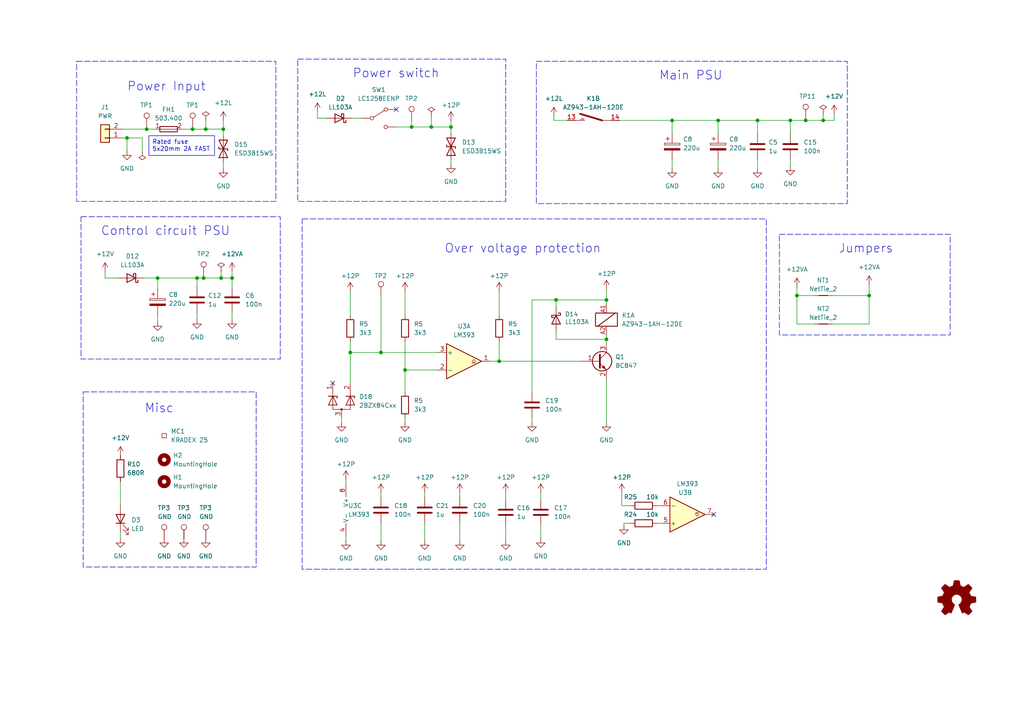
<source format=kicad_sch>
(kicad_sch (version 20230121) (generator eeschema)
  (paper "A4")
  (title_block (title "Fumex Driver") (date "2023-11-22") (rev "1.1.0") (company "Pawel Koszalka"))
  (lib_symbols
    (symbol "CAP_1u_X7R_1" (pin_numbers hide) (pin_names (offset 0) hide)
      (property "Reference" "C" (at 3.81 1.27 0))
      (property "Value" "1u" (at 5.08 -1.27 0))
      (symbol "CAP_1u_X7R_1_1_1"
        (pin passive line (at 0 3.81 270) (length 2.794) (name "~") (number "1"))
        (pin passive line (at 0 -3.81 90) (length 2.794) (name "~") (number "2"))
      )
    )
    (symbol "CAP_CER_WALSIN_0603:CAP_100n_X7R" (pin_numbers hide) (pin_names (offset 0) hide)
      (property "Reference" "C" (at 3.81 1.27 0))
      (property "Value" "100n" (at 5.08 -1.27 0))
      (symbol "CAP_100n_X7R_1_1"
        (pin passive line (at 0 3.81 270) (length 2.794) (name "~") (number "1"))
        (pin passive line (at 0 -3.81 90) (length 2.794) (name "~") (number "2"))
      )
    )
    (symbol "Cases:Kradex_Z5"
      (property "Reference" "MC" (at 3.175 2.54 0))
      (property "Value" "KRADEX Z5" (at 6.985 0.635 0))
    )
    (symbol "Comparator:LM393" (pin_names (offset 0.127))
      (property "Reference" "U" (at 3.81 3.81 0))
      (property "Value" "LM393" (at 6.35 -3.81 0))
      (symbol "LM393_1_1"
        (pin open_collector line (at 7.62 0 180) (length 2.54) (name "~") (number "1"))
        (pin input line (at -7.62 -2.54 0) (length 2.54) (name "-") (number "2"))
        (pin input line (at -7.62 2.54 0) (length 2.54) (name "+") (number "3"))
      )
      (symbol "LM393_2_1"
        (pin input line (at -7.62 2.54 0) (length 2.54) (name "+") (number "5"))
        (pin input line (at -7.62 -2.54 0) (length 2.54) (name "-") (number "6"))
        (pin open_collector line (at 7.62 0 180) (length 2.54) (name "~") (number "7"))
      )
      (symbol "LM393_3_1"
        (pin power_in line (at -2.54 -7.62 90) (length 3.81) (name "V-") (number "4"))
        (pin power_in line (at -2.54 7.62 270) (length 3.81) (name "V+") (number "8"))
      )
    )
    (symbol "Connector:TestPoint" (pin_numbers hide) (pin_names (offset 0.762) hide)
      (property "Reference" "TP" (at 0 6.858 0))
      (property "Value" "TestPoint" (at 0 5.08 0))
      (symbol "TestPoint_1_1"
        (pin passive line (at 0 0 90) (length 2.54) (name "1") (number "1"))
      )
    )
    (symbol "Connector_Generic:Conn_01x02" (pin_names (offset 1.016) hide)
      (property "Reference" "J" (at 0 2.54 0))
      (property "Value" "Conn_01x02" (at 0 -5.08 0))
      (symbol "Conn_01x02_1_1"
        (pin passive line (at -5.08 0 0) (length 3.81) (name "Pin_1") (number "1"))
        (pin passive line (at -5.08 -2.54 0) (length 3.81) (name "Pin_2") (number "2"))
      )
    )
    (symbol "Device:C_Polarized" (pin_numbers hide) (pin_names (offset 0.254))
      (property "Reference" "C" (at 0.635 2.54 0))
      (property "Value" "C_Polarized" (at 0.635 -2.54 0))
      (symbol "C_Polarized_1_1"
        (pin passive line (at 0 3.81 270) (length 2.794) (name "~") (number "1"))
        (pin passive line (at 0 -3.81 90) (length 2.794) (name "~") (number "2"))
      )
    )
    (symbol "Device:LED" (pin_numbers hide) (pin_names (offset 1.016) hide)
      (property "Reference" "D" (at 0 2.54 0))
      (property "Value" "LED" (at 0 -2.54 0))
      (symbol "LED_1_1"
        (pin passive line (at -3.81 0 0) (length 2.54) (name "K") (number "1"))
        (pin passive line (at 3.81 0 180) (length 2.54) (name "A") (number "2"))
      )
    )
    (symbol "Device:NetTie_2" (pin_numbers hide) (pin_names (offset 0) hide) (in_bom no)
      (property "Reference" "NT" (at 0 1.27 0))
      (property "Value" "NetTie_2" (at 0 -1.27 0))
      (symbol "NetTie_2_1_1"
        (pin passive line (at -2.54 0 0) (length 2.54) (name "1") (number "1"))
        (pin passive line (at 2.54 0 180) (length 2.54) (name "2") (number "2"))
      )
    )
    (symbol "Diode:2BZX84Cxx" (pin_names (offset 1.016) hide)
      (property "Reference" "D" (at 3.81 2.54 0))
      (property "Value" "2BZX84Cxx" (at 3.81 0 0))
      (symbol "2BZX84Cxx_1_1"
        (pin passive line (at -2.54 5.08 270) (length 2.54) (name "K") (number "1"))
        (pin passive line (at 2.54 5.08 270) (length 2.54) (name "K") (number "2"))
        (pin passive line (at 0 -5.08 90) (length 2.54) (name "A") (number "3"))
      )
    )
    (symbol "Fuse_holder:503.400"
      (property "Reference" "FH" (at 2.54 1.27 0))
      (property "Value" "503.400" (at 5.08 -1.27 0))
      (symbol "503.400_1_1"
        (pin passive line (at 0 3.81 270) (length 1.27) (name "~") (number "1"))
        (pin passive line (at 0 -3.81 90) (length 1.27) (name "~") (number "2"))
      )
    )
    (symbol "Graphic:Logo_Open_Hardware_Small" (in_bom no) (on_board no))
    (symbol "Mechanical:MountingHole" (pin_names (offset 1.016))
      (property "Reference" "H" (at 0 5.08 0))
      (property "Value" "MountingHole" (at 0 3.175 0))
    )
    (symbol "RES_3k3_0603_1" (pin_numbers hide) (pin_names (offset 0) hide)
      (property "Reference" "R" (at 2.54 1.27 0))
      (property "Value" "3k3" (at 2.54 -1.27 0))
      (symbol "RES_3k3_0603_1_1_1"
        (pin passive line (at 0 3.81 270) (length 1.27) (name "~") (number "1"))
        (pin passive line (at 0 -3.81 90) (length 1.27) (name "~") (number "2"))
      )
    )
    (symbol "RES_YAGEO_RC0603:RES_10k_0603" (pin_numbers hide) (pin_names (offset 0) hide)
      (property "Reference" "R" (at 2.54 1.27 0))
      (property "Value" "10k" (at 2.54 -1.27 0))
      (symbol "RES_10k_0603_1_1"
        (pin passive line (at 0 3.81 270) (length 1.27) (name "~") (number "1"))
        (pin passive line (at 0 -3.81 90) (length 1.27) (name "~") (number "2"))
      )
    )
    (symbol "RES_YAGEO_RC0603:RES_680R_0603" (pin_numbers hide) (pin_names (offset 0) hide)
      (property "Reference" "R" (at 2.54 1.27 0))
      (property "Value" "680R" (at 2.54 -1.27 0))
      (symbol "RES_680R_0603_1_1"
        (pin passive line (at 0 3.81 270) (length 1.27) (name "~") (number "1"))
        (pin passive line (at 0 -3.81 90) (length 1.27) (name "~") (number "2"))
      )
    )
    (symbol "Relays:AZ943-1AH-12DE"
      (property "Reference" "K" (at 4.445 0.635 0))
      (property "Value" "AZ943-1AH-12DE" (at 12.7 -1.905 0))
      (symbol "AZ943-1AH-12DE_0_0"
        (text "" (at 0 0 0) (effects (font (size 1.27 1.27))))
      )
      (symbol "AZ943-1AH-12DE_1_1"
        (pin passive line (at 0 3.81 270) (length 2.54) (name "") (number "A1"))
        (pin passive line (at 0 -5.08 90) (length 2.54) (name "") (number "A2"))
      )
      (symbol "AZ943-1AH-12DE_2_1"
        (pin passive line (at 0 6.35 270) (length 2.54) (name "~") (number "13"))
        (pin passive line (at 0 -8.89 90) (length 2.54) (name "") (number "14"))
      )
    )
    (symbol "Shottky_diodes:LL103A" (pin_numbers hide) (pin_names (offset 0) hide)
      (property "Reference" "D" (at 0 0 0))
      (property "Value" "LL103A" (at 0 0 0))
      (symbol "LL103A_1_1"
        (pin passive line (at -3.81 2.54 0) (length 2.54) (name "K") (number "1"))
        (pin passive line (at 3.81 2.54 180) (length 2.54) (name "A") (number "2"))
      )
    )
    (symbol "Switches:LC1258EENP" (pin_numbers hide) (pin_names (offset 0) hide)
      (property "Reference" "SW" (at -1.27 -5.08 0))
      (property "Value" "LC1258EENP" (at 0 -6.35 0))
      (symbol "LC1258EENP_1_1"
        (pin passive line (at 3.81 2.54 180) (length 2.54) (name "A") (number "1"))
        (pin passive line (at -6.35 0 0) (length 2.54) (name "B") (number "2"))
        (pin passive line (at 3.81 -2.54 180) (length 2.54) (name "C") (number "3"))
      )
    )
    (symbol "TVS:ESD3B15WS" (pin_numbers hide) (pin_names (offset 0) hide)
      (property "Reference" "D" (at 0 0 0))
      (property "Value" "ESD3B15WS" (at 0 0 0))
      (symbol "ESD3B15WS_1_1"
        (pin passive line (at -2.54 2.54 0) (length 2.54) (name "A1") (number "1"))
        (pin passive line (at 5.08 2.54 180) (length 2.54) (name "A2") (number "2"))
      )
    )
    (symbol "Transistor_BJT:BC847" (pin_names (offset 0) hide)
      (property "Reference" "Q" (at 5.08 1.905 0))
      (property "Value" "BC847" (at 5.08 0 0))
      (symbol "BC847_1_1"
        (pin input line (at -5.08 0 0) (length 5.715) (name "B") (number "1"))
        (pin passive line (at 2.54 -5.08 90) (length 2.54) (name "E") (number "2"))
        (pin passive line (at 2.54 5.08 270) (length 2.54) (name "C") (number "3"))
      )
    )
    (symbol "power:+12L" (power) (pin_names (offset 0))
      (property "Value" "+12L" (at 0 3.556 0))
      (symbol "+12L_1_1"
        (pin power_in line (at 0 0 90) (length 0) hide (name "+12L") (number "1"))
      )
    )
    (symbol "power:+12P" (power) (pin_names (offset 0))
      (property "Value" "+12P" (at 0 3.556 0))
      (symbol "+12P_1_1"
        (pin power_in line (at 0 0 90) (length 0) hide (name "+12P") (number "1"))
      )
    )
    (symbol "power:+12V" (power) (pin_names (offset 0))
      (property "Value" "+12V" (at 0 3.556 0))
      (symbol "+12V_1_1"
        (pin power_in line (at 0 0 90) (length 0) hide (name "+12V") (number "1"))
      )
    )
    (symbol "power:+12VA" (power) (pin_names (offset 0))
      (property "Value" "+12VA" (at 0 3.556 0))
      (symbol "+12VA_1_1"
        (pin power_in line (at 0 0 90) (length 0) hide (name "+12VA") (number "1"))
      )
    )
    (symbol "power:GND" (power) (pin_names (offset 0))
      (property "Value" "GND" (at 0 -3.81 0))
      (symbol "GND_1_1"
        (pin power_in line (at 0 0 270) (length 0) hide (name "GND") (number "1"))
      )
    )
    (symbol "power:PWR_FLAG" (power) (pin_numbers hide) (pin_names (offset 0) hide)
      (property "Value" "PWR_FLAG" (at 0 3.81 0))
      (symbol "PWR_FLAG_0_0"
        (pin power_out line (at 0 0 90) (length 0) (name "pwr") (number "1"))
      )
    )
  )
  (junction (at 233.68 34.925))
  (junction (at 64.77 37.465))
  (junction (at 64.135 80.645))
  (junction (at 101.6 102.235))
  (junction (at 55.88 37.465))
  (junction (at 119.38 36.83))
  (junction (at 229.235 34.925))
  (junction (at 59.055 80.645))
  (junction (at 175.895 86.995))
  (junction (at 110.49 102.235))
  (junction (at 194.945 34.925))
  (junction (at 252.095 85.725))
  (junction (at 45.72 80.645))
  (junction (at 57.15 80.645))
  (junction (at 175.895 98.425))
  (junction (at 219.71 34.925))
  (junction (at 117.475 107.315))
  (junction (at 125.095 36.83))
  (junction (at 42.545 37.465))
  (junction (at 36.83 40.005))
  (junction (at 144.78 104.775))
  (junction (at 231.14 85.725))
  (junction (at 130.81 36.83))
  (junction (at 208.28 34.925))
  (junction (at 238.76 34.925))
  (junction (at 67.31 80.645))
  (junction (at 161.29 86.995))
  (junction (at 59.69 37.465))
  (no_connect (at 114.935 31.75))
  (no_connect (at 207.01 149.225))
  (no_connect (at 96.52 111.125))
  (wire (pts (xy 194.945 34.925) (xy 194.945 38.735)))
  (wire (pts (xy 110.49 102.235) (xy 127 102.235)))
  (wire (pts (xy 252.095 93.98) (xy 252.095 85.725)))
  (wire (pts (xy 231.14 85.725) (xy 236.22 85.725)))
  (wire (pts (xy 42.545 37.465) (xy 45.085 37.465)))
  (wire (pts (xy 45.72 80.645) (xy 45.72 83.82)))
  (wire (pts (xy 64.77 34.925) (xy 64.77 37.465)))
  (wire (pts (xy 238.76 33.02) (xy 238.76 34.925)))
  (wire (pts (xy 180.34 142.875) (xy 180.34 146.685)))
  (wire (pts (xy 110.49 85.725) (xy 110.49 102.235)))
  (wire (pts (xy 45.72 80.645) (xy 57.15 80.645)))
  (wire (pts (xy 160.655 33.655) (xy 160.655 34.925)))
  (wire (pts (xy 64.77 37.465) (xy 64.77 39.37)))
  (wire (pts (xy 180.975 152.4) (xy 180.975 151.765)))
  (wire (pts (xy 154.305 86.995) (xy 154.305 113.665)))
  (wire (pts (xy 144.78 84.455) (xy 144.78 91.44)))
  (wire (pts (xy 208.28 34.925) (xy 208.28 38.735)))
  (wire (pts (xy 231.14 83.185) (xy 231.14 85.725)))
  (wire (pts (xy 238.76 34.925) (xy 233.68 34.925)))
  (wire (pts (xy 41.91 80.645) (xy 45.72 80.645)))
  (wire (pts (xy 34.925 156.21) (xy 34.925 154.305)))
  (wire (pts (xy 59.055 80.645) (xy 57.15 80.645)))
  (wire (pts (xy 161.29 96.52) (xy 161.29 98.425)))
  (wire (pts (xy 67.31 80.645) (xy 67.31 83.185)))
  (wire (pts (xy 110.49 102.235) (xy 101.6 102.235)))
  (wire (pts (xy 67.31 92.71) (xy 67.31 90.805)))
  (wire (pts (xy 35.56 37.465) (xy 42.545 37.465)))
  (wire (pts (xy 146.685 152.4) (xy 146.685 156.845)))
  (wire (pts (xy 41.275 40.005) (xy 41.275 43.815)))
  (wire (pts (xy 36.83 40.005) (xy 36.83 43.815)))
  (wire (pts (xy 161.29 86.995) (xy 161.29 88.9)))
  (wire (pts (xy 194.945 34.925) (xy 208.28 34.925)))
  (wire (pts (xy 59.69 37.465) (xy 64.77 37.465)))
  (wire (pts (xy 190.5 146.685) (xy 191.77 146.685)))
  (wire (pts (xy 101.6 84.455) (xy 101.6 91.44)))
  (wire (pts (xy 241.3 93.98) (xy 252.095 93.98)))
  (wire (pts (xy 144.78 104.775) (xy 142.24 104.775)))
  (wire (pts (xy 92.075 34.29) (xy 94.615 34.29)))
  (wire (pts (xy 194.945 48.895) (xy 194.945 46.355)))
  (wire (pts (xy 125.095 33.655) (xy 125.095 36.83)))
  (wire (pts (xy 175.895 86.995) (xy 175.895 88.265)))
  (wire (pts (xy 55.88 36.83) (xy 55.88 37.465)))
  (wire (pts (xy 59.69 34.925) (xy 59.69 37.465)))
  (wire (pts (xy 67.31 78.74) (xy 67.31 80.645)))
  (wire (pts (xy 59.055 80.01) (xy 59.055 80.645)))
  (wire (pts (xy 125.095 36.83) (xy 130.81 36.83)))
  (wire (pts (xy 179.705 34.925) (xy 194.945 34.925)))
  (wire (pts (xy 208.28 34.925) (xy 219.71 34.925)))
  (wire (pts (xy 175.895 98.425) (xy 175.895 99.695)))
  (wire (pts (xy 175.895 109.855) (xy 175.895 122.555)))
  (wire (pts (xy 156.845 142.875) (xy 156.845 144.78)))
  (wire (pts (xy 99.06 121.285) (xy 99.06 122.555)))
  (wire (pts (xy 229.235 34.925) (xy 219.71 34.925)))
  (wire (pts (xy 154.305 121.285) (xy 154.305 122.555)))
  (wire (pts (xy 241.935 33.02) (xy 241.935 34.925)))
  (wire (pts (xy 119.38 34.925) (xy 119.38 36.83)))
  (wire (pts (xy 219.71 48.895) (xy 219.71 46.355)))
  (wire (pts (xy 154.305 86.995) (xy 161.29 86.995)))
  (wire (pts (xy 241.935 34.925) (xy 238.76 34.925)))
  (wire (pts (xy 114.935 36.83) (xy 119.38 36.83)))
  (wire (pts (xy 110.49 156.845) (xy 110.49 151.765)))
  (wire (pts (xy 52.705 37.465) (xy 55.88 37.465)))
  (wire (pts (xy 229.235 34.925) (xy 229.235 38.735)))
  (wire (pts (xy 180.975 151.765) (xy 182.88 151.765)))
  (wire (pts (xy 180.34 146.685) (xy 182.88 146.685)))
  (wire (pts (xy 34.925 139.7) (xy 34.925 146.685)))
  (wire (pts (xy 30.48 78.74) (xy 30.48 80.645)))
  (wire (pts (xy 252.095 82.55) (xy 252.095 85.725)))
  (wire (pts (xy 57.15 80.645) (xy 57.15 83.185)))
  (wire (pts (xy 117.475 107.315) (xy 117.475 113.665)))
  (wire (pts (xy 55.88 37.465) (xy 59.69 37.465)))
  (wire (pts (xy 117.475 84.455) (xy 117.475 91.44)))
  (wire (pts (xy 57.15 92.71) (xy 57.15 90.805)))
  (wire (pts (xy 133.35 151.765) (xy 133.35 156.845)))
  (wire (pts (xy 59.055 80.645) (xy 64.135 80.645)))
  (wire (pts (xy 64.77 48.895) (xy 64.77 46.99)))
  (wire (pts (xy 92.075 32.385) (xy 92.075 34.29)))
  (wire (pts (xy 208.28 48.895) (xy 208.28 46.355)))
  (wire (pts (xy 130.81 47.625) (xy 130.81 46.355)))
  (wire (pts (xy 101.6 99.06) (xy 101.6 102.235)))
  (wire (pts (xy 101.6 102.235) (xy 101.6 111.125)))
  (wire (pts (xy 117.475 107.315) (xy 117.475 99.06)))
  (wire (pts (xy 133.35 142.875) (xy 133.35 144.145)))
  (wire (pts (xy 123.19 156.845) (xy 123.19 151.765)))
  (wire (pts (xy 236.22 93.98) (xy 231.14 93.98)))
  (wire (pts (xy 190.5 151.765) (xy 191.77 151.765)))
  (wire (pts (xy 117.475 122.555) (xy 117.475 121.285)))
  (wire (pts (xy 231.14 93.98) (xy 231.14 85.725)))
  (wire (pts (xy 144.78 104.775) (xy 168.275 104.775)))
  (wire (pts (xy 35.56 40.005) (xy 36.83 40.005)))
  (wire (pts (xy 156.845 156.21) (xy 156.845 152.4)))
  (wire (pts (xy 104.775 34.29) (xy 102.235 34.29)))
  (wire (pts (xy 233.68 34.29) (xy 233.68 34.925)))
  (wire (pts (xy 30.48 80.645) (xy 34.29 80.645)))
  (wire (pts (xy 100.33 139.065) (xy 100.33 140.335)))
  (wire (pts (xy 233.68 34.925) (xy 229.235 34.925)))
  (wire (pts (xy 161.29 86.995) (xy 175.895 86.995)))
  (wire (pts (xy 241.3 85.725) (xy 252.095 85.725)))
  (wire (pts (xy 41.275 40.005) (xy 36.83 40.005)))
  (wire (pts (xy 127 107.315) (xy 117.475 107.315)))
  (wire (pts (xy 42.545 36.83) (xy 42.545 37.465)))
  (wire (pts (xy 130.81 36.83) (xy 130.81 38.735)))
  (wire (pts (xy 67.31 80.645) (xy 64.135 80.645)))
  (wire (pts (xy 100.33 156.845) (xy 100.33 155.575)))
  (wire (pts (xy 45.72 91.44) (xy 45.72 93.345)))
  (wire (pts (xy 219.71 34.925) (xy 219.71 38.735)))
  (wire (pts (xy 146.685 142.875) (xy 146.685 144.78)))
  (wire (pts (xy 160.655 34.925) (xy 164.465 34.925)))
  (wire (pts (xy 175.895 97.155) (xy 175.895 98.425)))
  (wire (pts (xy 144.78 99.06) (xy 144.78 104.775)))
  (wire (pts (xy 123.19 142.875) (xy 123.19 144.145)))
  (wire (pts (xy 130.81 34.925) (xy 130.81 36.83)))
  (wire (pts (xy 229.235 48.26) (xy 229.235 46.355)))
  (wire (pts (xy 110.49 142.875) (xy 110.49 144.145)))
  (wire (pts (xy 175.895 83.82) (xy 175.895 86.995)))
  (wire (pts (xy 161.29 98.425) (xy 175.895 98.425)))
  (wire (pts (xy 119.38 36.83) (xy 125.095 36.83)))
  (wire (pts (xy 64.135 78.74) (xy 64.135 80.645)))
  (rectangle (start 24.13 113.665) (end 74.295 164.465) (stroke (width 0) (type dash)))
  (rectangle (start 87.63 63.5) (end 222.25 165.1) (stroke (width 0) (type dash)))
  (rectangle (start 22.225 17.78) (end 80.01 58.42) (stroke (width 0) (type dash)))
  (rectangle (start 23.495 62.865) (end 81.28 104.14) (stroke (width 0) (type dash)))
  (rectangle (start 226.06 67.945) (end 275.59 97.155) (stroke (width 0) (type dash)))
  (rectangle (start 86.36 17.145) (end 146.685 58.42) (stroke (width 0) (type dash)))
  (rectangle (start 155.575 17.78) (end 245.745 59.055) (stroke (width 0) (type dash)))
  (text_box "Rated fuse\n5x20mm 2A FAST" (at 43.18 39.37 0) (size 19.05 5.715) (effects (font (size 1.27 1.27)) (justify left top)))
  (text "Misc" (at 41.91 120.015 0) (effects (font (size 2.54 2.54)) (justify left bottom)))
  (text "Power Input" (at 36.83 26.67 0) (effects (font (size 2.54 2.54)) (justify left bottom)))
  (text "Main PSU\n" (at 191.135 23.495 0) (effects (font (size 2.54 2.54)) (justify left bottom)))
  (text "Control circuit PSU" (at 29.21 68.58 0) (effects (font (size 2.54 2.54)) (justify left bottom)))
  (text "Jumpers" (at 243.205 73.66 0) (effects (font (size 2.54 2.54)) (justify left bottom)))
  (text "Power switch" (at 102.235 22.86 0) (effects (font (size 2.54 2.54)) (justify left bottom)))
  (text "Over voltage protection" (at 128.905 73.66 0) (effects (font (size 2.54 2.54)) (justify left bottom)))
  (symbol (lib_id "RES_YAGEO_RC0603:RES_10k_0603") (at 186.69 151.765 90) (unit 1)
    (property "Reference" "R24" (at 182.88 149.225 90))
    (property "Value" "10k" (at 189.23 149.225 90))
    (property "Footprint" "Resistor_SMD:R_0603_1608Metric" (effects hide))
    (property "Datasheet" "https://www.tme.eu/Document/d2a72e545e5c8eb7bf2a04fa97535928/rc0603yageo.pdf" (effects hide))
    (property "Manufacturer" "YAGEO" (effects hide))
    (property "MPN" "RC0603FR-0710k" (effects hide))
    (property "Maximum Working Voltage " "50 V" (effects hide))
    (property "Maximum Overload Voltage" "100 V" (effects hide))
    (property "Dielectric Withstanding Voltage " "100 V" (effects hide))
    (property "Temperature Coefficient" "200ppm" (effects hide))
    (property "Operating Temperature Range" "–55 °C to +155 °C" (effects hide))
    (property "Tolerance" "1%" (effects hide))
  )
  (symbol (lib_id "power:GND") (at 36.83 43.815 0) (unit 1)
    (property "Reference" "#PWR024" (effects hide))
    (property "Value" "GND" (at 36.83 48.895 0))
    (instances (project "fumexDriver" (path "" (reference "#PWR024") (unit 1)) (path "" (reference "#PWR010") (unit 1))))
  )
  (symbol (lib_id "Transistor_BJT:BC847") (at 173.355 104.775 0) (unit 1)
    (property "Reference" "Q1" (at 178.435 103.505 0) (effects (justify left)))
    (property "Value" "BC847" (at 178.435 106.045 0) (effects (justify left)))
    (property "Footprint" "Package_TO_SOT_SMD:SOT-23" (effects hide))
    (property "Datasheet" "http://www.infineon.com/dgdl/Infineon-BC847SERIES_BC848SERIES_BC849SERIES_BC850SERIES-DS-v01_01-en.pdf?fileId=db3a304314dca389011541d4630a1657" (effects hide))
    (instances (project "fumexDriver" (path "" (reference "Q1") (unit 1)) (path "" (reference "Q1") (unit 1)) (path "" (reference "Q3") (unit 1))))
  )
  (symbol (lib_id "power:GND") (at 154.305 122.555 0) (unit 1)
    (property "Reference" "#PWR065" (effects hide))
    (property "Value" "GND" (at 154.305 127.635 0))
  )
  (symbol (lib_id "power:+12VA") (at 252.095 82.55 0) (unit 1)
    (property "Reference" "#PWR010" (effects hide))
    (property "Value" "+12VA" (at 252.095 77.47 0))
    (instances (project "fumexDriver" (path "" (reference "#PWR010") (unit 1)) (path "" (reference "#PWR093") (unit 1))))
  )
  (symbol (lib_id "power:GND") (at 208.28 48.895 0) (unit 1)
    (property "Reference" "#PWR019" (effects hide))
    (property "Value" "GND" (at 208.28 53.975 0))
    (instances (project "fumexDriver" (path "" (reference "#PWR019") (unit 1)) (path "" (reference "#PWR027") (unit 1))))
  )
  (symbol (lib_id "CAP_CER_WALSIN_0603:CAP_100n_X7R") (at 133.35 147.955 0) (unit 1)
    (property "Reference" "C20" (at 137.16 146.685 0) (effects (justify left)))
    (property "Value" "100n" (at 137.16 149.225 0) (effects (justify left)))
    (property "Footprint" "Capacitor_SMD:C_0603_1608Metric" (effects hide))
    (property "Datasheet" "https://www.tme.eu/Document/e45476bf270793f696988c4e93ce1237/ASC_General_Purpose.pdf" (effects hide))
    (property "Manufacturer" "Walsin" (effects hide))
    (property "MPN" "0603B104K500CT" (effects hide))
    (property "Tolerance" "10%" (effects hide))
    (property "Rated voltage" "50V" (effects hide))
    (property "Operating temperature" "-55°C to +125°C " (effects hide))
    (property "Capacitance characteristic" "±15%" (effects hide))
  )
  (symbol (lib_id "power:+12VA") (at 67.31 78.74 0) (unit 1)
    (property "Reference" "#PWR010" (effects hide))
    (property "Value" "+12VA" (at 67.31 73.66 0))
    (instances (project "fumexDriver" (path "" (reference "#PWR010") (unit 1)) (path "" (reference "#PWR028") (unit 1))))
  )
  (symbol (lib_id "power:GND") (at 123.19 156.845 0) (unit 1)
    (property "Reference" "#PWR073" (effects hide))
    (property "Value" "GND" (at 123.19 161.925 0))
  )
  (symbol (lib_id "power:GND") (at 130.81 47.625 0) (unit 1)
    (property "Reference" "#PWR046" (effects hide))
    (property "Value" "GND" (at 130.81 52.705 0))
    (instances (project "fumexDriver" (path "" (reference "#PWR046") (unit 1)) (path "" (reference "#PWR037") (unit 1))))
  )
  (symbol (lib_id "power:GND") (at 59.69 156.21 0) (unit 1)
    (property "Reference" "#PWR028" (effects hide))
    (property "Value" "GND" (at 59.69 161.29 0))
    (instances (project "fumexDriver" (path "" (reference "#PWR028") (unit 1)) (path "" (reference "#PWR066") (unit 1))))
  )
  (symbol (lib_name "RES_3k3_0603_1") (lib_id "RES_YAGEO_RC0603:RES_3k3_0603") (at 144.78 95.25 180) (unit 1)
    (property "Reference" "R5" (at 147.32 93.98 0) (effects (justify right)))
    (property "Value" "3k3" (at 147.32 96.52 0) (effects (justify right)))
    (property "Footprint" "Resistor_SMD:R_0603_1608Metric" (effects hide))
    (property "Datasheet" "https://www.tme.eu/Document/d2a72e545e5c8eb7bf2a04fa97535928/rc0603yageo.pdf" (effects hide))
    (property "Manufacturer" "YAGEO" (effects hide))
    (property "MPN" "RC0603FR-073k3" (effects hide))
    (property "Maximum Working Voltage " "50 V" (effects hide))
    (property "Maximum Overload Voltage" "100 V" (effects hide))
    (property "Dielectric Withstanding Voltage " "100 V" (effects hide))
    (property "Temperature Coefficient" "200ppm" (effects hide))
    (property "Operating Temperature Range" "–55 °C to +155 °C" (effects hide))
    (property "Tolerance" "1%" (effects hide))
    (instances (project "fumexDriver" (path "" (reference "R5") (unit 1)) (path "" (reference "R6") (unit 1)) (path "" (reference "R17") (unit 1))))
  )
  (symbol (lib_id "power:GND") (at 219.71 48.895 0) (unit 1)
    (property "Reference" "#PWR012" (effects hide))
    (property "Value" "GND" (at 219.71 53.975 0))
    (instances (project "fumexDriver" (path "" (reference "#PWR012") (unit 1)) (path "" (reference "#PWR045") (unit 1))))
  )
  (symbol (lib_id "power:+12V") (at 241.935 33.02 0) (unit 1)
    (property "Reference" "#PWR041" (effects hide))
    (property "Value" "+12V" (at 241.935 27.94 0))
    (instances (project "fumexDriver" (path "" (reference "#PWR041") (unit 1)) (path "" (reference "#PWR031") (unit 1))))
  )
  (symbol (lib_id "power:PWR_FLAG") (at 41.275 43.815 180) (unit 1)
    (property "Reference" "#FLG04" (effects hide))
    (property "Value" "PWR_FLAG" (effects hide))
    (instances (project "fumexDriver" (path "" (reference "#FLG04") (unit 1)) (path "" (reference "#FLG05") (unit 1))))
  )
  (symbol (lib_id "power:GND") (at 57.15 92.71 0) (unit 1)
    (property "Reference" "#PWR016" (effects hide))
    (property "Value" "GND" (at 57.15 97.79 0))
    (instances (project "fumexDriver" (path "" (reference "#PWR016") (unit 1)) (path "" (reference "#PWR017") (unit 1))))
  )
  (symbol (lib_id "RES_YAGEO_RC0603:RES_680R_0603") (at 34.925 135.89 0) (unit 1)
    (property "Reference" "R10" (at 36.83 134.62 0) (effects (justify left)))
    (property "Value" "680R" (at 36.83 137.16 0) (effects (justify left)))
    (property "Footprint" "Resistor_SMD:R_0603_1608Metric" (effects hide))
    (property "Datasheet" "https://www.tme.eu/Document/d2a72e545e5c8eb7bf2a04fa97535928/rc0603yageo.pdf" (effects hide))
    (property "Manufacturer" "YAGEO" (effects hide))
    (property "MPN" "RC0603FR-07680R" (effects hide))
    (property "Maximum Working Voltage " "50 V" (effects hide))
    (property "Maximum Overload Voltage" "100 V" (effects hide))
    (property "Dielectric Withstanding Voltage " "100 V" (effects hide))
    (property "Temperature Coefficient" "200ppm" (effects hide))
    (property "Operating Temperature Range" "–55 °C to +155 °C" (effects hide))
    (property "Tolerance" "1%" (effects hide))
  )
  (symbol (lib_id "Shottky_diodes:LL103A") (at 98.425 31.75 180) (unit 1)
    (property "Reference" "D2" (at 98.7425 28.575 0))
    (property "Value" "LL103A" (at 98.7425 31.115 0))
    (property "Footprint" "Diode_SMD:D_MiniMELF" (effects hide))
    (property "Datasheet" "https://www.tme.eu/Document/4b83a5789d32f39934640cef179344a8/ll103a.pdf" (effects hide))
    (property "Manufacturer" "Diotec Semiconductor" (effects hide))
    (property "MPN" "LL103A" (effects hide))
    (property "Peak reverse voltage" "40V" (effects hide))
    (property "Power dissipation" "400mW" (effects hide))
    (property "Max. average forward current" "350mA" (effects hide))
    (property "unction temperature" "-55 to +125°C" (effects hide))
    (property " junction capacitance" "50pF" (effects hide))
    (property "Reverse recovery time" "10ns" (effects hide))
    (property "Leakage current" "5uA" (effects hide))
    (instances (project "fumexDriver" (path "" (reference "D2") (unit 1)) (path "" (reference "D3") (unit 1))))
  )
  (symbol (lib_id "power:GND") (at 67.31 92.71 0) (unit 1)
    (property "Reference" "#PWR015" (effects hide))
    (property "Value" "GND" (at 67.31 97.79 0))
    (instances (project "fumexDriver" (path "" (reference "#PWR015") (unit 1)) (path "" (reference "#PWR018") (unit 1))))
  )
  (symbol (lib_id "Device:NetTie_2") (at 238.76 85.725 0) (unit 1) (in_bom no)
    (property "Reference" "NT1" (at 238.76 81.28 0))
    (property "Value" "NetTie_2" (at 238.76 83.82 0))
    (property "Footprint" "Resistor_SMD:R_1206_3216Metric_Pad1.30x1.75mm_HandSolder" (effects hide))
  )
  (symbol (lib_id "Device:NetTie_2") (at 238.76 93.98 0) (unit 1) (in_bom no)
    (property "Reference" "NT2" (at 238.76 89.535 0))
    (property "Value" "NetTie_2" (at 238.76 92.075 0))
    (property "Footprint" "Resistor_SMD:R_1206_3216Metric_Pad1.30x1.75mm_HandSolder" (effects hide))
  )
  (symbol (lib_name "CAP_1u_X7R_1") (lib_id "CAP_CER_WALSIN_0603:CAP_1u_X7R") (at 219.71 42.545 0) (unit 1)
    (property "Reference" "C5" (at 222.885 41.275 0) (effects (justify left)))
    (property "Value" "1u" (at 222.885 43.815 0) (effects (justify left)))
    (property "Footprint" "Capacitor_SMD:C_0603_1608Metric" (effects hide))
    (property "Datasheet" "https://www.tme.eu/Document/e45476bf270793f696988c4e93ce1237/ASC_General_Purpose.pdf" (effects hide))
    (property "Manufacturer" "Walsin" (effects hide))
    (property "MPN" "0603B105K500CT" (effects hide))
    (property "Tolerance" "10%" (effects hide))
    (property "Rated voltage" "50V" (effects hide))
    (property "Operating temperature" "-55°C to +125°C " (effects hide))
    (property "Capacitance characteristic" "±15%" (effects hide))
  )
  (symbol (lib_id "Comparator:LM393") (at 199.39 149.225 0) (mirror x) (unit 2)
    (property "Reference" "U3" (at 198.755 142.875 0))
    (property "Value" "LM393" (at 199.39 140.335 0))
    (property "Datasheet" "http://www.ti.com/lit/ds/symlink/lm393.pdf" (effects hide))
  )
  (symbol (lib_id "power:GND") (at 133.35 156.845 0) (unit 1)
    (property "Reference" "#PWR051" (effects hide))
    (property "Value" "GND" (at 133.35 161.925 0))
  )
  (symbol (lib_id "power:+12V") (at 30.48 78.74 0) (unit 1)
    (property "Reference" "#PWR017" (effects hide))
    (property "Value" "+12V" (at 30.48 73.66 0))
    (instances (project "fumexDriver" (path "" (reference "#PWR017") (unit 1)) (path "" (reference "#PWR014") (unit 1))))
  )
  (symbol (lib_id "power:GND") (at 110.49 156.845 0) (unit 1)
    (property "Reference" "#PWR064" (effects hide))
    (property "Value" "GND" (at 110.49 161.925 0))
  )
  (symbol (lib_id "Device:C_Polarized") (at 194.945 42.545 0) (unit 1)
    (property "Reference" "C8" (at 198.12 40.386 0) (effects (justify left)))
    (property "Value" "220u" (at 198.12 42.926 0) (effects (justify left)))
    (property "Footprint" "Capacitor_SMD:CP_Elec_8x10" (effects hide))
    (property "MPN" "UCD1E221MNL1GS" (effects hide))
  )
  (symbol (lib_id "power:+12L") (at 160.655 33.655 0) (unit 1)
    (property "Reference" "#PWR070" (effects hide))
    (property "Value" "+12L" (at 160.655 28.575 0))
  )
  (symbol (lib_id "Connector_Generic:Conn_01x02") (at 30.48 40.005 180) (unit 1)
    (property "Reference" "J1" (at 30.48 31.115 0))
    (property "Value" "PWR" (at 30.48 33.655 0))
    (property "Footprint" "Connector_Wire:SolderWire-0.5sqmm_1x02_P4.8mm_D0.9mm_OD2.3mm_Relief2x" (effects hide))
  )
  (symbol (lib_id "Connector:TestPoint") (at 42.545 36.83 0) (unit 1)
    (property "Reference" "TP1" (at 40.64 30.48 0) (effects (justify left)))
    (property "Value" "+12V" (effects hide))
    (property "Footprint" "TestPoint:TestPoint_Pad_D1.0mm" (effects hide))
  )
  (symbol (lib_id "Cases:Kradex_Z5") (at 46.99 128.27 0) (unit 1)
    (property "Reference" "MC1" (at 49.53 125.095 0) (effects (justify left)))
    (property "Value" "KRADEX Z5" (at 49.53 127.635 0) (effects (justify left)))
    (property "Footprint" "Kradex:z5" (effects hide))
    (property "Datasheet" "https://www.kradex.com.pl/products/304/Z5.pdf" (effects hide))
    (property "MPN" "Z5" (effects hide))
    (property "Manufacturer" "Kradex" (effects hide))
  )
  (symbol (lib_id "power:+12V") (at 34.925 132.08 0) (unit 1)
    (property "Reference" "#PWR041" (effects hide))
    (property "Value" "+12V" (at 34.925 127 0))
    (instances (project "fumexDriver" (path "" (reference "#PWR041") (unit 1)) (path "" (reference "#PWR036") (unit 1))))
  )
  (symbol (lib_id "power:PWR_FLAG") (at 125.095 33.655 0) (unit 1)
    (property "Reference" "#FLG01" (effects hide))
    (property "Value" "PWR_FLAG" (effects hide))
    (instances (project "fumexDriver" (path "" (reference "#FLG01") (unit 1)) (path "" (reference "#FLG02") (unit 1))))
  )
  (symbol (lib_id "CAP_CER_WALSIN_0603:CAP_100n_X7R") (at 154.305 117.475 0) (unit 1)
    (property "Reference" "C19" (at 158.115 116.205 0) (effects (justify left)))
    (property "Value" "100n" (at 158.115 118.745 0) (effects (justify left)))
    (property "Footprint" "Capacitor_SMD:C_0603_1608Metric" (effects hide))
    (property "Datasheet" "https://www.tme.eu/Document/e45476bf270793f696988c4e93ce1237/ASC_General_Purpose.pdf" (effects hide))
    (property "Manufacturer" "Walsin" (effects hide))
    (property "MPN" "0603B104K500CT" (effects hide))
    (property "Tolerance" "10%" (effects hide))
    (property "Rated voltage" "50V" (effects hide))
    (property "Operating temperature" "-55°C to +125°C " (effects hide))
    (property "Capacitance characteristic" "±15%" (effects hide))
  )
  (symbol (lib_id "Connector:TestPoint") (at 53.34 156.21 0) (unit 1)
    (property "Reference" "TP3" (at 51.435 147.32 0) (effects (justify left)))
    (property "Value" "GND" (at 51.435 149.86 0) (effects (justify left)))
    (property "Footprint" "TestPoint:TestPoint_Pad_D1.0mm" (effects hide))
    (instances (project "fumexDriver" (path "" (reference "TP3") (unit 1)) (path "" (reference "TP2") (unit 1))))
  )
  (symbol (lib_id "power:GND") (at 47.625 156.21 0) (unit 1)
    (property "Reference" "#PWR028" (effects hide))
    (property "Value" "GND" (at 47.625 161.29 0))
    (instances (project "fumexDriver" (path "" (reference "#PWR028") (unit 1)) (path "" (reference "#PWR067") (unit 1))))
  )
  (symbol (lib_id "Connector:TestPoint") (at 59.69 156.21 0) (unit 1)
    (property "Reference" "TP3" (at 57.785 147.32 0) (effects (justify left)))
    (property "Value" "GND" (at 57.785 149.86 0) (effects (justify left)))
    (property "Footprint" "TestPoint:TestPoint_Pad_D1.0mm" (effects hide))
    (instances (project "fumexDriver" (path "" (reference "TP3") (unit 1)) (path "" (reference "TP6") (unit 1))))
  )
  (symbol (lib_id "power:+12P") (at 175.895 83.82 0) (unit 1)
    (property "Reference" "#PWR015" (effects hide))
    (property "Value" "+12P" (at 175.895 79.375 0))
  )
  (symbol (lib_id "Graphic:Logo_Open_Hardware_Small") (at 277.495 173.99 0) (unit 1) (in_bom no) (on_board no)
    (property "Reference" "#SYM1" (effects hide))
    (property "Value" "Logo_Open_Hardware_Small" (effects hide))
    (property "Sim.Enable" "0" (effects hide))
    (instances (project "fumexDriver" (path "" (reference "#SYM1") (unit 1)) (path "" (reference "#SYM2") (unit 1))))
  )
  (symbol (lib_id "power:+12P") (at 144.78 84.455 0) (unit 1)
    (property "Reference" "#PWR019" (effects hide))
    (property "Value" "+12P" (at 144.78 80.01 0))
  )
  (symbol (lib_id "Shottky_diodes:LL103A") (at 38.1 78.105 180) (unit 1)
    (property "Reference" "D12" (at 38.4175 74.295 0))
    (property "Value" "LL103A" (at 38.4175 76.835 0))
    (property "Footprint" "Diode_SMD:D_MiniMELF" (effects hide))
    (property "Datasheet" "https://www.tme.eu/Document/4b83a5789d32f39934640cef179344a8/ll103a.pdf" (effects hide))
    (property "Manufacturer" "Diotec Semiconductor" (effects hide))
    (property "MPN" "LL103A" (effects hide))
    (property "Peak reverse voltage" "40V" (effects hide))
    (property "Power dissipation" "400mW" (effects hide))
    (property "Max. average forward current" "350mA" (effects hide))
    (property "unction temperature" "-55 to +125°C" (effects hide))
    (property " junction capacitance" "50pF" (effects hide))
    (property "Reverse recovery time" "10ns" (effects hide))
    (property "Leakage current" "5uA" (effects hide))
    (instances (project "fumexDriver" (path "" (reference "D12") (unit 1)) (path "" (reference "D6") (unit 1))))
  )
  (symbol (lib_id "power:+12P") (at 117.475 84.455 0) (unit 1)
    (property "Reference" "#PWR054" (effects hide))
    (property "Value" "+12P" (at 117.475 80.01 0))
  )
  (symbol (lib_id "power:GND") (at 100.33 156.845 0) (unit 1)
    (property "Reference" "#PWR061" (effects hide))
    (property "Value" "GND" (at 100.33 161.925 0))
  )
  (symbol (lib_id "power:PWR_FLAG") (at 59.69 34.925 0) (unit 1)
    (property "Reference" "#FLG04" (effects hide))
    (property "Value" "PWR_FLAG" (effects hide))
  )
  (symbol (lib_name "CAP_1u_X7R_1") (lib_id "CAP_CER_WALSIN_0603:CAP_1u_X7R") (at 123.19 147.955 0) (unit 1)
    (property "Reference" "C21" (at 126.365 146.685 0) (effects (justify left)))
    (property "Value" "1u" (at 126.365 149.225 0) (effects (justify left)))
    (property "Footprint" "Capacitor_SMD:C_0603_1608Metric" (effects hide))
    (property "Datasheet" "https://www.tme.eu/Document/e45476bf270793f696988c4e93ce1237/ASC_General_Purpose.pdf" (effects hide))
    (property "Manufacturer" "Walsin" (effects hide))
    (property "MPN" "0603B105K500CT" (effects hide))
    (property "Tolerance" "10%" (effects hide))
    (property "Rated voltage" "50V" (effects hide))
    (property "Operating temperature" "-55°C to +125°C " (effects hide))
    (property "Capacitance characteristic" "±15%" (effects hide))
  )
  (symbol (lib_name "CAP_1u_X7R_1") (lib_id "CAP_CER_WALSIN_0603:CAP_1u_X7R") (at 57.15 86.995 0) (unit 1)
    (property "Reference" "C12" (at 60.325 85.725 0) (effects (justify left)))
    (property "Value" "1u" (at 60.325 88.265 0) (effects (justify left)))
    (property "Footprint" "Capacitor_SMD:C_0603_1608Metric" (effects hide))
    (property "Datasheet" "https://www.tme.eu/Document/e45476bf270793f696988c4e93ce1237/ASC_General_Purpose.pdf" (effects hide))
    (property "Manufacturer" "Walsin" (effects hide))
    (property "MPN" "0603B105K500CT" (effects hide))
    (property "Tolerance" "10%" (effects hide))
    (property "Rated voltage" "50V" (effects hide))
    (property "Operating temperature" "-55°C to +125°C " (effects hide))
    (property "Capacitance characteristic" "±15%" (effects hide))
  )
  (symbol (lib_id "power:GND") (at 146.685 156.845 0) (unit 1)
    (property "Reference" "#PWR046" (effects hide))
    (property "Value" "GND" (at 146.685 161.925 0))
    (instances (project "fumexDriver" (path "" (reference "#PWR046") (unit 1)) (path "" (reference "#PWR062") (unit 1))))
  )
  (symbol (lib_id "Device:C_Polarized") (at 45.72 87.63 0) (unit 1)
    (property "Reference" "C8" (at 48.895 85.471 0) (effects (justify left)))
    (property "Value" "220u" (at 48.895 88.011 0) (effects (justify left)))
    (property "Footprint" "Capacitor_SMD:CP_Elec_8x10" (effects hide))
    (property "MPN" "UCD1E221MNL1GS" (effects hide))
    (instances (project "fumexDriver" (path "" (reference "C8") (unit 1)) (path "" (reference "C4") (unit 1))))
  )
  (symbol (lib_id "Connector:TestPoint") (at 119.38 34.925 0) (unit 1)
    (property "Reference" "TP2" (at 117.475 28.575 0) (effects (justify left)))
    (property "Value" "+12VA" (effects hide))
    (property "Footprint" "TestPoint:TestPoint_Pad_D1.0mm" (effects hide))
    (instances (project "fumexDriver" (path "" (reference "TP2") (unit 1)) (path "" (reference "TP4") (unit 1))))
  )
  (symbol (lib_id "CAP_CER_WALSIN_0603:CAP_100n_X7R") (at 229.235 42.545 0) (unit 1)
    (property "Reference" "C15" (at 233.045 41.275 0) (effects (justify left)))
    (property "Value" "100n" (at 233.045 43.815 0) (effects (justify left)))
    (property "Footprint" "Capacitor_SMD:C_0603_1608Metric" (effects hide))
    (property "Datasheet" "https://www.tme.eu/Document/e45476bf270793f696988c4e93ce1237/ASC_General_Purpose.pdf" (effects hide))
    (property "Manufacturer" "Walsin" (effects hide))
    (property "MPN" "0603B104K500CT" (effects hide))
    (property "Tolerance" "10%" (effects hide))
    (property "Rated voltage" "50V" (effects hide))
    (property "Operating temperature" "-55°C to +125°C " (effects hide))
    (property "Capacitance characteristic" "±15%" (effects hide))
  )
  (symbol (lib_id "Mechanical:MountingHole") (at 47.625 133.35 0) (unit 1)
    (property "Reference" "H2" (at 50.165 132.08 0) (effects (justify left)))
    (property "Value" "MountingHole" (at 50.165 134.62 0) (effects (justify left)))
    (property "Footprint" "MountingHole:MountingHole_3mm" (effects hide))
  )
  (symbol (lib_id "CAP_CER_WALSIN_0603:CAP_100n_X7R") (at 67.31 86.995 0) (unit 1)
    (property "Reference" "C6" (at 71.12 85.725 0) (effects (justify left)))
    (property "Value" "100n" (at 71.12 88.265 0) (effects (justify left)))
    (property "Footprint" "Capacitor_SMD:C_0603_1608Metric" (effects hide))
    (property "Datasheet" "https://www.tme.eu/Document/e45476bf270793f696988c4e93ce1237/ASC_General_Purpose.pdf" (effects hide))
    (property "Manufacturer" "Walsin" (effects hide))
    (property "MPN" "0603B104K500CT" (effects hide))
    (property "Tolerance" "10%" (effects hide))
    (property "Rated voltage" "50V" (effects hide))
    (property "Operating temperature" "-55°C to +125°C " (effects hide))
    (property "Capacitance characteristic" "±15%" (effects hide))
  )
  (symbol (lib_name "RES_3k3_0603_1") (lib_id "RES_YAGEO_RC0603:RES_3k3_0603") (at 117.475 95.25 180) (unit 1)
    (property "Reference" "R5" (at 120.015 93.98 0) (effects (justify right)))
    (property "Value" "3k3" (at 120.015 96.52 0) (effects (justify right)))
    (property "Footprint" "Resistor_SMD:R_0603_1608Metric" (effects hide))
    (property "Datasheet" "https://www.tme.eu/Document/d2a72e545e5c8eb7bf2a04fa97535928/rc0603yageo.pdf" (effects hide))
    (property "Manufacturer" "YAGEO" (effects hide))
    (property "MPN" "RC0603FR-073k3" (effects hide))
    (property "Maximum Working Voltage " "50 V" (effects hide))
    (property "Maximum Overload Voltage" "100 V" (effects hide))
    (property "Dielectric Withstanding Voltage " "100 V" (effects hide))
    (property "Temperature Coefficient" "200ppm" (effects hide))
    (property "Operating Temperature Range" "–55 °C to +155 °C" (effects hide))
    (property "Tolerance" "1%" (effects hide))
    (instances (project "fumexDriver" (path "" (reference "R5") (unit 1)) (path "" (reference "R6") (unit 1)) (path "" (reference "R19") (unit 1))))
  )
  (symbol (lib_id "power:+12P") (at 123.19 142.875 0) (unit 1)
    (property "Reference" "#PWR075" (effects hide))
    (property "Value" "+12P" (at 123.19 138.43 0))
  )
  (symbol (lib_id "Relays:AZ943-1AH-12DE") (at 170.815 34.925 90) (mirror x) (unit 2)
    (property "Reference" "K1" (at 172.085 28.575 90))
    (property "Value" "AZ943-1AH-12DE" (at 172.085 31.115 90))
    (property "Footprint" "Relays:Zettler_AZ943" (effects hide))
    (property "Datasheet" "https://www.tme.eu/Document/b7a700db67d6400073f72df02e5f9d03/AZ943.pdf" (effects hide))
    (property "Coil Voltage" "12V DC" (effects hide))
    (property "Coil resistance" "400 Ohm" (effects hide))
    (property "Switched current" "15A AC, 10A DC" (effects hide))
    (property "Switched voltage" "300VAC, 30VDC" (effects hide))
    (property "Manufacturer" "ZETTLER electronics GmbH" (effects hide))
    (property "MPN" "AZ943-1AH-12DE" (effects hide))
  )
  (symbol (lib_id "power:GND") (at 194.945 48.895 0) (unit 1)
    (property "Reference" "#PWR026" (effects hide))
    (property "Value" "GND" (at 194.945 53.975 0))
    (instances (project "fumexDriver" (path "" (reference "#PWR026") (unit 1)) (path "" (reference "#PWR024") (unit 1))))
  )
  (symbol (lib_id "Shottky_diodes:LL103A") (at 158.75 92.71 270) (unit 1)
    (property "Reference" "D14" (at 163.83 91.1225 90) (effects (justify left)))
    (property "Value" "LL103A" (at 163.83 93.345 90) (effects (justify left)))
    (property "Footprint" "Diode_SMD:D_MiniMELF" (effects hide))
    (property "Datasheet" "https://www.tme.eu/Document/4b83a5789d32f39934640cef179344a8/ll103a.pdf" (effects hide))
    (property "Manufacturer" "Diotec Semiconductor" (effects hide))
    (property "MPN" "LL103A" (effects hide))
    (property "Peak reverse voltage" "40V" (effects hide))
    (property "Power dissipation" "400mW" (effects hide))
    (property "Max. average forward current" "350mA" (effects hide))
    (property "unction temperature" "-55 to +125°C" (effects hide))
    (property " junction capacitance" "50pF" (effects hide))
    (property "Reverse recovery time" "10ns" (effects hide))
    (property "Leakage current" "5uA" (effects hide))
    (instances (project "fumexDriver" (path "" (reference "D14") (unit 1)) (path "" (reference "D12") (unit 1))))
  )
  (symbol (lib_id "Diode:2BZX84Cxx") (at 99.06 116.205 0) (unit 1)
    (property "Reference" "D18" (at 104.14 115.062 0) (effects (justify left)))
    (property "Value" "2BZX84Cxx" (at 104.14 117.602 0) (effects (justify left)))
    (property "Footprint" "Package_TO_SOT_SMD:SOT-23" (effects hide))
    (property "Datasheet" "https://diotec.com/tl_files/diotec/files/pdf/datasheets/bzx84c2v4.pdf" (effects hide))
  )
  (symbol (lib_id "power:GND") (at 180.975 152.4 0) (unit 1)
    (property "Reference" "#PWR046" (effects hide))
    (property "Value" "GND" (at 180.975 157.48 0))
    (instances (project "fumexDriver" (path "" (reference "#PWR046") (unit 1)) (path "" (reference "#PWR094") (unit 1))))
  )
  (symbol (lib_id "power:PWR_FLAG") (at 238.76 33.02 0) (unit 1)
    (property "Reference" "#FLG04" (effects hide))
    (property "Value" "PWR_FLAG" (effects hide))
    (instances (project "fumexDriver" (path "" (reference "#FLG04") (unit 1)) (path "" (reference "#FLG03") (unit 1))))
  )
  (symbol (lib_id "power:GND") (at 64.77 48.895 0) (unit 1)
    (property "Reference" "#PWR024" (effects hide))
    (property "Value" "GND" (at 64.77 53.975 0))
    (instances (project "fumexDriver" (path "" (reference "#PWR024") (unit 1)) (path "" (reference "#PWR012") (unit 1))))
  )
  (symbol (lib_id "CAP_CER_WALSIN_0603:CAP_100n_X7R") (at 156.845 148.59 0) (unit 1)
    (property "Reference" "C17" (at 160.655 147.32 0) (effects (justify left)))
    (property "Value" "100n" (at 160.655 149.86 0) (effects (justify left)))
    (property "Footprint" "Capacitor_SMD:C_0603_1608Metric" (effects hide))
    (property "Datasheet" "https://www.tme.eu/Document/e45476bf270793f696988c4e93ce1237/ASC_General_Purpose.pdf" (effects hide))
    (property "Manufacturer" "Walsin" (effects hide))
    (property "MPN" "0603B104K500CT" (effects hide))
    (property "Tolerance" "10%" (effects hide))
    (property "Rated voltage" "50V" (effects hide))
    (property "Operating temperature" "-55°C to +125°C " (effects hide))
    (property "Capacitance characteristic" "±15%" (effects hide))
  )
  (symbol (lib_id "power:+12P") (at 110.49 142.875 0) (unit 1)
    (property "Reference" "#PWR074" (effects hide))
    (property "Value" "+12P" (at 110.49 138.43 0))
  )
  (symbol (lib_id "power:+12P") (at 100.33 139.065 0) (unit 1)
    (property "Reference" "#PWR071" (effects hide))
    (property "Value" "+12P" (at 100.33 134.62 0))
  )
  (symbol (lib_id "Relays:AZ943-1AH-12DE") (at 175.895 92.075 0) (unit 1)
    (property "Reference" "K1" (at 180.34 91.44 0) (effects (justify left)))
    (property "Value" "AZ943-1AH-12DE" (at 180.34 93.98 0) (effects (justify left)))
    (property "Footprint" "Relays:Zettler_AZ943" (effects hide))
    (property "Datasheet" "https://www.tme.eu/Document/b7a700db67d6400073f72df02e5f9d03/AZ943.pdf" (effects hide))
    (property "Coil Voltage" "12V DC" (effects hide))
    (property "Coil resistance" "400 Ohm" (effects hide))
    (property "Switched current" "15A AC, 10A DC" (effects hide))
    (property "Switched voltage" "300VAC, 30VDC" (effects hide))
    (property "Manufacturer" "ZETTLER electronics GmbH" (effects hide))
    (property "MPN" "AZ943-1AH-12DE" (effects hide))
  )
  (symbol (lib_id "power:GND") (at 45.72 93.345 0) (unit 1)
    (property "Reference" "#PWR027" (effects hide))
    (property "Value" "GND" (at 45.72 98.425 0))
    (instances (project "fumexDriver" (path "" (reference "#PWR027") (unit 1)) (path "" (reference "#PWR016") (unit 1))))
  )
  (symbol (lib_id "RES_YAGEO_RC0603:RES_10k_0603") (at 186.69 146.685 90) (unit 1)
    (property "Reference" "R25" (at 182.88 144.145 90))
    (property "Value" "10k" (at 189.23 144.145 90))
    (property "Footprint" "Resistor_SMD:R_0603_1608Metric" (effects hide))
    (property "Datasheet" "https://www.tme.eu/Document/d2a72e545e5c8eb7bf2a04fa97535928/rc0603yageo.pdf" (effects hide))
    (property "Manufacturer" "YAGEO" (effects hide))
    (property "MPN" "RC0603FR-0710k" (effects hide))
    (property "Maximum Working Voltage " "50 V" (effects hide))
    (property "Maximum Overload Voltage" "100 V" (effects hide))
    (property "Dielectric Withstanding Voltage " "100 V" (effects hide))
    (property "Temperature Coefficient" "200ppm" (effects hide))
    (property "Operating Temperature Range" "–55 °C to +155 °C" (effects hide))
    (property "Tolerance" "1%" (effects hide))
  )
  (symbol (lib_id "power:GND") (at 156.845 156.21 0) (unit 1)
    (property "Reference" "#PWR046" (effects hide))
    (property "Value" "GND" (at 156.845 161.29 0))
    (instances (project "fumexDriver" (path "" (reference "#PWR046") (unit 1)) (path "" (reference "#PWR063") (unit 1))))
  )
  (symbol (lib_id "Device:LED") (at 34.925 150.495 90) (unit 1)
    (property "Reference" "D3" (at 38.1 150.8125 90) (effects (justify right)))
    (property "Value" "LED" (at 38.1 153.3525 90) (effects (justify right)))
    (property "Footprint" "Connector_Wire:SolderWire-0.25sqmm_1x02_P4.5mm_D0.65mm_OD2mm_Relief2x" (effects hide))
    (instances (project "fumexDriver" (path "" (reference "D3") (unit 1)) (path "" (reference "D14") (unit 1))))
  )
  (symbol (lib_id "power:+12P") (at 156.845 142.875 0) (unit 1)
    (property "Reference" "#PWR078" (effects hide))
    (property "Value" "+12P" (at 156.845 138.43 0))
  )
  (symbol (lib_id "power:+12P") (at 133.35 142.875 0) (unit 1)
    (property "Reference" "#PWR076" (effects hide))
    (property "Value" "+12P" (at 133.35 138.43 0))
  )
  (symbol (lib_id "Connector:TestPoint") (at 110.49 85.725 0) (unit 1)
    (property "Reference" "TP2" (at 108.585 80.01 0) (effects (justify left)))
    (property "Value" "+12VA" (effects hide))
    (property "Footprint" "TestPoint:TestPoint_Pad_D1.0mm" (effects hide))
    (instances (project "fumexDriver" (path "" (reference "TP2") (unit 1)) (path "" (reference "TP5") (unit 1))))
  )
  (symbol (lib_id "power:GND") (at 117.475 122.555 0) (unit 1)
    (property "Reference" "#PWR053" (effects hide))
    (property "Value" "GND" (at 117.475 127.635 0))
  )
  (symbol (lib_id "power:GND") (at 175.895 122.555 0) (unit 1)
    (property "Reference" "#PWR056" (effects hide))
    (property "Value" "GND" (at 175.895 127.635 0))
  )
  (symbol (lib_id "Mechanical:MountingHole") (at 47.625 139.7 0) (unit 1)
    (property "Reference" "H1" (at 50.165 138.43 0) (effects (justify left)))
    (property "Value" "MountingHole" (at 50.165 140.97 0) (effects (justify left)))
    (property "Footprint" "MountingHole:MountingHole_3mm" (effects hide))
  )
  (symbol (lib_id "CAP_CER_WALSIN_0603:CAP_100n_X7R") (at 110.49 147.955 0) (unit 1)
    (property "Reference" "C18" (at 114.3 146.685 0) (effects (justify left)))
    (property "Value" "100n" (at 114.3 149.225 0) (effects (justify left)))
    (property "Footprint" "Capacitor_SMD:C_0603_1608Metric" (effects hide))
    (property "Datasheet" "https://www.tme.eu/Document/e45476bf270793f696988c4e93ce1237/ASC_General_Purpose.pdf" (effects hide))
    (property "Manufacturer" "Walsin" (effects hide))
    (property "MPN" "0603B104K500CT" (effects hide))
    (property "Tolerance" "10%" (effects hide))
    (property "Rated voltage" "50V" (effects hide))
    (property "Operating temperature" "-55°C to +125°C " (effects hide))
    (property "Capacitance characteristic" "±15%" (effects hide))
  )
  (symbol (lib_id "Connector:TestPoint") (at 59.055 80.01 0) (unit 1)
    (property "Reference" "TP2" (at 57.15 73.66 0) (effects (justify left)))
    (property "Value" "+12VA" (effects hide))
    (property "Footprint" "TestPoint:TestPoint_Pad_D1.0mm" (effects hide))
    (instances (project "fumexDriver" (path "" (reference "TP2") (unit 1)) (path "" (reference "TP11") (unit 1))))
  )
  (symbol (lib_id "power:PWR_FLAG") (at 64.135 78.74 0) (unit 1)
    (property "Reference" "#FLG01" (effects hide))
    (property "Value" "PWR_FLAG" (effects hide))
  )
  (symbol (lib_id "Connector:TestPoint") (at 55.88 36.83 0) (unit 1)
    (property "Reference" "TP1" (at 53.975 30.48 0) (effects (justify left)))
    (property "Value" "+12V" (effects hide))
    (property "Footprint" "TestPoint:TestPoint_Pad_D1.0mm" (effects hide))
    (instances (project "fumexDriver" (path "" (reference "TP1") (unit 1)) (path "" (reference "TP10") (unit 1))))
  )
  (symbol (lib_id "power:+12P") (at 146.685 142.875 0) (unit 1)
    (property "Reference" "#PWR077" (effects hide))
    (property "Value" "+12P" (at 146.685 138.43 0))
  )
  (symbol (lib_id "Connector:TestPoint") (at 233.68 34.29 0) (unit 1)
    (property "Reference" "TP11" (at 231.775 27.94 0) (effects (justify left)))
    (property "Value" "+12V" (effects hide))
    (property "Footprint" "TestPoint:TestPoint_Pad_D1.0mm" (effects hide))
    (instances (project "fumexDriver" (path "" (reference "TP11") (unit 1)) (path "" (reference "TP3") (unit 1))))
  )
  (symbol (lib_id "power:+12L") (at 92.075 32.385 0) (unit 1)
    (property "Reference" "#PWR069" (effects hide))
    (property "Value" "+12L" (at 92.075 27.305 0))
  )
  (symbol (lib_id "power:GND") (at 34.925 156.21 0) (unit 1)
    (property "Reference" "#PWR012" (effects hide))
    (property "Value" "GND" (at 34.925 161.29 0))
    (instances (project "fumexDriver" (path "" (reference "#PWR012") (unit 1)) (path "" (reference "#PWR041") (unit 1))))
  )
  (symbol (lib_id "power:+12P") (at 130.81 34.925 0) (unit 1)
    (property "Reference" "#PWR060" (effects hide))
    (property "Value" "+12P" (at 130.81 30.48 0))
  )
  (symbol (lib_id "Switches:LC1258EENP") (at 111.125 34.29 0) (unit 1)
    (property "Reference" "SW1" (at 109.855 26.035 0))
    (property "Value" "LC1258EENP" (at 109.855 28.575 0))
    (property "Footprint" "Connector_Wire:SolderWire-0.25sqmm_1x03_P4.5mm_D0.65mm_OD2mm_Relief2x" (effects hide))
    (property "Datasheet" "https://configured-product-images.s3.amazonaws.com/2D/specs/P070130.pdf" (effects hide))
    (property "Rating" "300mA @ 30VDC" (effects hide))
    (property "Expectancy" "10000" (effects hide))
    (property "Contact resistance" "20m" (effects hide))
    (property "Insulation resistance" "100M" (effects hide))
    (property "Dielectrics strength" "1000V" (effects hide))
    (property "Operating temperature" "-20 to _85" (effects hide))
  )
  (symbol (lib_id "Comparator:LM393") (at 102.87 147.955 0) (unit 3)
    (property "Reference" "U3" (at 100.965 146.685 0) (effects (justify left)))
    (property "Value" "LM393" (at 100.965 149.225 0) (effects (justify left)))
    (property "Footprint" "Package_SO:SOIC-8_3.9x4.9mm_P1.27mm" (effects hide))
    (property "Datasheet" "http://www.ti.com/lit/ds/symlink/lm393.pdf" (effects hide))
  )
  (symbol (lib_id "power:+12P") (at 180.34 142.875 0) (unit 1)
    (property "Reference" "#PWR095" (effects hide))
    (property "Value" "+12P" (at 180.34 138.43 0))
  )
  (symbol (lib_name "RES_3k3_0603_1") (lib_id "RES_YAGEO_RC0603:RES_3k3_0603") (at 101.6 95.25 180) (unit 1)
    (property "Reference" "R5" (at 104.14 93.98 0) (effects (justify right)))
    (property "Value" "3k3" (at 104.14 96.52 0) (effects (justify right)))
    (property "Footprint" "Resistor_SMD:R_0603_1608Metric" (effects hide))
    (property "Datasheet" "https://www.tme.eu/Document/d2a72e545e5c8eb7bf2a04fa97535928/rc0603yageo.pdf" (effects hide))
    (property "Manufacturer" "YAGEO" (effects hide))
    (property "MPN" "RC0603FR-073k3" (effects hide))
    (property "Maximum Working Voltage " "50 V" (effects hide))
    (property "Maximum Overload Voltage" "100 V" (effects hide))
    (property "Dielectric Withstanding Voltage " "100 V" (effects hide))
    (property "Temperature Coefficient" "200ppm" (effects hide))
    (property "Operating Temperature Range" "–55 °C to +155 °C" (effects hide))
    (property "Tolerance" "1%" (effects hide))
    (instances (project "fumexDriver" (path "" (reference "R5") (unit 1)) (path "" (reference "R6") (unit 1)) (path "" (reference "R18") (unit 1))))
  )
  (symbol (lib_id "power:+12L") (at 64.77 34.925 0) (unit 1)
    (property "Reference" "#PWR068" (effects hide))
    (property "Value" "+12L" (at 64.77 29.845 0))
  )
  (symbol (lib_id "Device:C_Polarized") (at 208.28 42.545 0) (unit 1)
    (property "Reference" "C8" (at 211.455 40.386 0) (effects (justify left)))
    (property "Value" "220u" (at 211.455 42.926 0) (effects (justify left)))
    (property "Footprint" "Capacitor_SMD:CP_Elec_8x10" (effects hide))
    (property "MPN" "UCD1E221MNL1GS" (effects hide))
    (instances (project "fumexDriver" (path "" (reference "C8") (unit 1)) (path "" (reference "C11") (unit 1))))
  )
  (symbol (lib_id "power:+12VA") (at 231.14 83.185 0) (unit 1)
    (property "Reference" "#PWR010" (effects hide))
    (property "Value" "+12VA" (at 231.14 78.105 0))
    (instances (project "fumexDriver" (path "" (reference "#PWR010") (unit 1)) (path "" (reference "#PWR092") (unit 1))))
  )
  (symbol (lib_id "power:+12P") (at 101.6 84.455 0) (unit 1)
    (property "Reference" "#PWR055" (effects hide))
    (property "Value" "+12P" (at 101.6 80.01 0))
  )
  (symbol (lib_id "power:GND") (at 229.235 48.26 0) (unit 1)
    (property "Reference" "#PWR015" (effects hide))
    (property "Value" "GND" (at 229.235 53.34 0))
    (instances (project "fumexDriver" (path "" (reference "#PWR015") (unit 1)) (path "" (reference "#PWR047") (unit 1))))
  )
  (symbol (lib_name "RES_3k3_0603_1") (lib_id "RES_YAGEO_RC0603:RES_3k3_0603") (at 117.475 117.475 180) (unit 1)
    (property "Reference" "R5" (at 120.015 116.205 0) (effects (justify right)))
    (property "Value" "3k3" (at 120.015 118.745 0) (effects (justify right)))
    (property "Footprint" "Resistor_SMD:R_0603_1608Metric" (effects hide))
    (property "Datasheet" "https://www.tme.eu/Document/d2a72e545e5c8eb7bf2a04fa97535928/rc0603yageo.pdf" (effects hide))
    (property "Manufacturer" "YAGEO" (effects hide))
    (property "MPN" "RC0603FR-073k3" (effects hide))
    (property "Maximum Working Voltage " "50 V" (effects hide))
    (property "Maximum Overload Voltage" "100 V" (effects hide))
    (property "Dielectric Withstanding Voltage " "100 V" (effects hide))
    (property "Temperature Coefficient" "200ppm" (effects hide))
    (property "Operating Temperature Range" "–55 °C to +155 °C" (effects hide))
    (property "Tolerance" "1%" (effects hide))
    (instances (project "fumexDriver" (path "" (reference "R5") (unit 1)) (path "" (reference "R6") (unit 1)) (path "" (reference "R20") (unit 1))))
  )
  (symbol (lib_id "Connector:TestPoint") (at 47.625 156.21 0) (unit 1)
    (property "Reference" "TP3" (at 45.72 147.32 0) (effects (justify left)))
    (property "Value" "GND" (at 45.72 149.86 0) (effects (justify left)))
    (property "Footprint" "TestPoint:TestPoint_Pad_D1.0mm" (effects hide))
    (instances (project "fumexDriver" (path "" (reference "TP3") (unit 1)) (path "" (reference "TP9") (unit 1))))
  )
  (symbol (lib_id "Comparator:LM393") (at 134.62 104.775 0) (unit 1)
    (property "Reference" "U3" (at 134.62 94.615 0))
    (property "Value" "LM393" (at 134.62 97.155 0))
    (property "Footprint" "Package_SO:SOIC-8_3.9x4.9mm_P1.27mm" (effects hide))
    (property "Datasheet" "http://www.ti.com/lit/ds/symlink/lm393.pdf" (effects hide))
  )
  (symbol (lib_id "Fuse_holder:503.400") (at 48.895 37.465 90) (unit 1)
    (property "Reference" "FH1" (at 48.895 31.75 90))
    (property "Value" "503.400" (at 48.895 34.29 90))
    (property "Footprint" "Fuse_Holders:ESKA_503.400" (effects hide))
    (property "Datasheet" "https://www.eska-fuses.de/fileadmin/produkte/datenblaetter/ESKA-Sicherungshalter.pdf" (effects hide))
    (property "Contact resistance " "5mOhm" (effects hide))
    (property "Dielectric strength" "1.5kV" (effects hide))
    (property "Insulation resistance" "10MOhm" (effects hide))
    (property "MPN" "503.400" (effects hide))
    (property "Manufacturer" "ESKA" (effects hide))
  )
  (symbol (lib_id "power:GND") (at 53.34 156.21 0) (unit 1)
    (property "Reference" "#PWR028" (effects hide))
    (property "Value" "GND" (at 53.34 161.29 0))
    (instances (project "fumexDriver" (path "" (reference "#PWR028") (unit 1)) (path "" (reference "#PWR013") (unit 1))))
  )
  (symbol (lib_name "CAP_1u_X7R_1") (lib_id "CAP_CER_WALSIN_0603:CAP_1u_X7R") (at 146.685 148.59 0) (unit 1)
    (property "Reference" "C16" (at 149.86 147.32 0) (effects (justify left)))
    (property "Value" "1u" (at 149.86 149.86 0) (effects (justify left)))
    (property "Footprint" "Capacitor_SMD:C_0603_1608Metric" (effects hide))
    (property "Datasheet" "https://www.tme.eu/Document/e45476bf270793f696988c4e93ce1237/ASC_General_Purpose.pdf" (effects hide))
    (property "Manufacturer" "Walsin" (effects hide))
    (property "MPN" "0603B105K500CT" (effects hide))
    (property "Tolerance" "10%" (effects hide))
    (property "Rated voltage" "50V" (effects hide))
    (property "Operating temperature" "-55°C to +125°C " (effects hide))
    (property "Capacitance characteristic" "±15%" (effects hide))
  )
  (symbol (lib_id "power:GND") (at 99.06 122.555 0) (unit 1)
    (property "Reference" "#PWR052" (effects hide))
    (property "Value" "GND" (at 99.06 127.635 0))
  )
  (symbol (lib_id "TVS:ESD3B15WS") (at 133.35 43.815 90) (unit 1)
    (property "Reference" "D13" (at 133.985 41.275 90) (effects (justify right)))
    (property "Value" "ESD3B15WS" (at 133.985 43.815 90) (effects (justify right)))
    (property "Footprint" "Diode_SMD:D_SOD-323_HandSoldering" (effects hide))
    (property "Datasheet" "https://www.tme.eu/Document/88a52fd2eb5b4d5ee459bc1d3a0ee07e/esd3b5v0ws.pdf" (effects hide))
  )
  (symbol (lib_id "TVS:ESD3B15WS") (at 67.31 44.45 90) (unit 1)
    (property "Reference" "D15" (at 67.945 41.91 90) (effects (justify right)))
    (property "Value" "ESD3B15WS" (at 67.945 44.45 90) (effects (justify right)))
    (property "Footprint" "Diode_SMD:D_SOD-323_HandSoldering" (effects hide))
    (property "Datasheet" "https://www.tme.eu/Document/88a52fd2eb5b4d5ee459bc1d3a0ee07e/esd3b5v0ws.pdf" (effects hide))
  )
)
</source>
